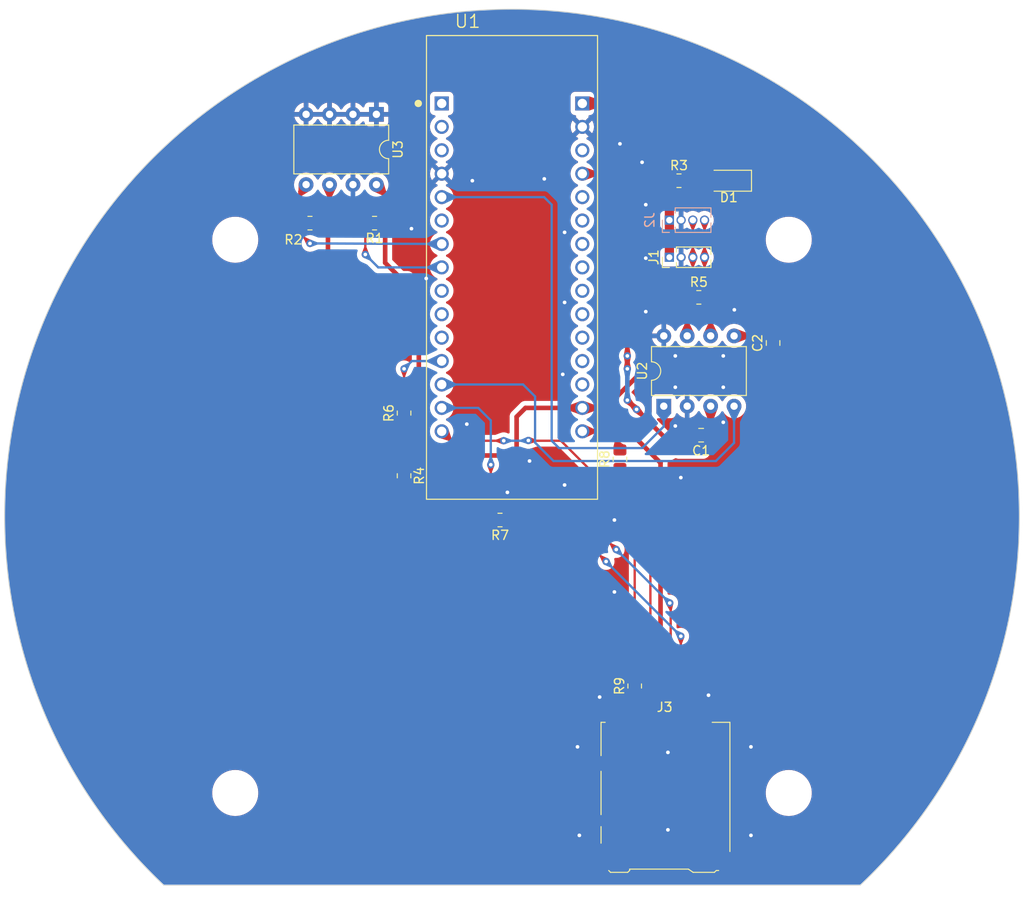
<source format=kicad_pcb>
(kicad_pcb (version 20221018) (generator pcbnew)
  (layers (0 "F.Cu" signal) (31 "B.Cu" signal) (34 "B.Paste" user) (35 "F.Paste" user) (36 "B.SilkS" user "B.Silkscreen") (37 "F.SilkS" user "F.Silkscreen") (38 "B.Mask" user) (39 "F.Mask" user) (44 "Edge.Cuts" user))
  (net 0 "")
  (net 1 "CAN_H")
  (net 2 "GND")
  (net 3 "+5V")
  (net 4 "+3.3V")
  (net 5 "CAN_L")
  (net 6 "CAN_TX")
  (net 7 "CAN_RX")
  (net 9 "+12V")
  (net 16 "I2C_SDA")
  (net 18 "I2C_SCL")
  (net 26 "Net-(U1A-PA8)")
  (net 29 "Net-(U1A-PB5)")
  (net 30 "SPI_MISO")
  (net 31 "Net-(U1B-PB3)")
  (net 33 "SPI_CS_SD")
  (net 34 "SPI_MOSI")
  (net 35 "SPI_SCLK")
  (net 36 "Net-(J3-DAT0)")
  (net 41 "Net-(D1-A)")
  (footprint "MountingHole:MountingHole_4.5mm" (layer "F.Cu") (at 178.5 75)
    (fp_text reference "REF**" hide)
    (fp_text value "MountingHole_4.5mm" hide)
    (pad "" np_thru_hole circle (at 0 0) (size 4.5 4.5) (drill 4.5) (layers "*.Cu" "*.Mask"))
  )
  (footprint "MountingHole:MountingHole_4.5mm" (layer "F.Cu") (at 178.5 135)
    (fp_text reference "REF**" hide)
    (fp_text value "MountingHole_4.5mm" hide)
    (pad "" np_thru_hole circle (at 0 0) (size 4.5 4.5) (drill 4.5) (layers "*.Cu" "*.Mask"))
  )
  (footprint "Package_DIP:DIP-8_W7.62mm" (layer "F.Cu") (at 164.95 93.05 90)
    (fp_text reference "U2" (at 3.81 -2.33 90) (layer "F.SilkS"))
    (fp_text value "MCP2562-E-P")
    (fp_line (start 1.16 -1.33) (end 1.16 8.95) (stroke (width 0.12)) (layer "F.SilkS"))
    (fp_line (start 1.16 8.95) (end 6.46 8.95) (stroke (width 0.12)) (layer "F.SilkS"))
    (fp_line (start 2.81 -1.33) (end 1.16 -1.33) (stroke (width 0.12)) (layer "F.SilkS"))
    (fp_line (start 6.46 -1.33) (end 4.81 -1.33) (stroke (width 0.12)) (layer "F.SilkS"))
    (fp_line (start 6.46 8.95) (end 6.46 -1.33) (stroke (width 0.12)) (layer "F.SilkS"))
    (fp_arc (start 4.81 -1.33) (mid 3.81 -0.33) (end 2.81 -1.33) (stroke (width 0.12)) (layer "F.SilkS"))
    (pad "1" thru_hole rect (at 0 0 90) (size 1.6 1.6) (drill 0.8) (layers "*.Cu" "*.Mask") (net 6 "CAN_TX"))
    (pad "2" thru_hole oval (at 0 2.54 90) (size 1.6 1.6) (drill 0.8) (layers "*.Cu" "*.Mask") (net 2 "GND"))
    (pad "3" thru_hole oval (at 0 5.08 90) (size 1.6 1.6) (drill 0.8) (layers "*.Cu" "*.Mask") (net 3 "+5V"))
    (pad "4" thru_hole oval (at 0 7.62 90) (size 1.6 1.6) (drill 0.8) (layers "*.Cu" "*.Mask") (net 7 "CAN_RX"))
    (pad "5" thru_hole oval (at 7.62 7.62 90) (size 1.6 1.6) (drill 0.8) (layers "*.Cu" "*.Mask") (net 4 "+3.3V"))
    (pad "6" thru_hole oval (at 7.62 5.08 90) (size 1.6 1.6) (drill 0.8) (layers "*.Cu" "*.Mask") (net 5 "CAN_L"))
    (pad "7" thru_hole oval (at 7.62 2.54 90) (size 1.6 1.6) (drill 0.8) (layers "*.Cu" "*.Mask") (net 1 "CAN_H"))
    (pad "8" thru_hole oval (at 7.62 0 90) (size 1.6 1.6) (drill 0.8) (layers "*.Cu" "*.Mask") (net 2 "GND"))
  )
  (footprint "Resistor_SMD:R_0805_2012Metric_Pad1.20x1.40mm_HandSolder" (layer "F.Cu") (at 126.6 73.2 180)
    (fp_text reference "R2" (at 1.8 -1.8 180) (layer "F.SilkS"))
    (fp_text value "2.2kΩ")
    (fp_line (start -0.227064 -0.735) (end 0.227064 -0.735) (stroke (width 0.12)) (layer "F.SilkS"))
    (fp_line (start -0.227064 0.735) (end 0.227064 0.735) (stroke (width 0.12)) (layer "F.SilkS"))
    (pad "1" smd roundrect (at -1 0 180) (size 1.2 1.4) (layers "F.Cu" "F.Paste" "F.Mask") (roundrect_rratio 0.208333) (net 4 "+3.3V"))
    (pad "2" smd roundrect (at 1 0 180) (size 1.2 1.4) (layers "F.Cu" "F.Paste" "F.Mask") (roundrect_rratio 0.208333) (net 16 "I2C_SDA"))
  )
  (footprint "Package_DIP:DIP-8_W7.62mm" (layer "F.Cu") (at 133.8 61.4 -90)
    (fp_text reference "U3" (at 3.81 -2.33 90) (layer "F.SilkS"))
    (fp_text value "24LC256")
    (fp_line (start 1.16 -1.33) (end 1.16 8.95) (stroke (width 0.12)) (layer "F.SilkS"))
    (fp_line (start 1.16 8.95) (end 6.46 8.95) (stroke (width 0.12)) (layer "F.SilkS"))
    (fp_line (start 2.81 -1.33) (end 1.16 -1.33) (stroke (width 0.12)) (layer "F.SilkS"))
    (fp_line (start 6.46 -1.33) (end 4.81 -1.33) (stroke (width 0.12)) (layer "F.SilkS"))
    (fp_line (start 6.46 8.95) (end 6.46 -1.33) (stroke (width 0.12)) (layer "F.SilkS"))
    (fp_arc (start 4.81 -1.33) (mid 3.81 -0.33) (end 2.81 -1.33) (stroke (width 0.12)) (layer "F.SilkS"))
    (pad "1" thru_hole rect (at 0 0 270) (size 1.6 1.6) (drill 0.8) (layers "*.Cu" "*.Mask") (net 2 "GND"))
    (pad "2" thru_hole oval (at 0 2.54 270) (size 1.6 1.6) (drill 0.8) (layers "*.Cu" "*.Mask") (net 2 "GND"))
    (pad "3" thru_hole oval (at 0 5.08 270) (size 1.6 1.6) (drill 0.8) (layers "*.Cu" "*.Mask") (net 2 "GND"))
    (pad "4" thru_hole oval (at 0 7.62 270) (size 1.6 1.6) (drill 0.8) (layers "*.Cu" "*.Mask") (net 2 "GND"))
    (pad "5" thru_hole oval (at 7.62 7.62 270) (size 1.6 1.6) (drill 0.8) (layers "*.Cu" "*.Mask") (net 16 "I2C_SDA"))
    (pad "6" thru_hole oval (at 7.62 5.08 270) (size 1.6 1.6) (drill 0.8) (layers "*.Cu" "*.Mask") (net 18 "I2C_SCL"))
    (pad "7" thru_hole oval (at 7.62 2.54 270) (size 1.6 1.6) (drill 0.8) (layers "*.Cu" "*.Mask") (net 2 "GND"))
    (pad "8" thru_hole oval (at 7.62 0 270) (size 1.6 1.6) (drill 0.8) (layers "*.Cu" "*.Mask") (net 4 "+3.3V"))
  )
  (footprint "Resistor_SMD:R_0805_2012Metric_Pad1.20x1.40mm_HandSolder" (layer "F.Cu") (at 147.2 105.4 180)
    (fp_text reference "R7" (at 0 -1.65 180) (layer "F.SilkS"))
    (fp_text value "22Ω")
    (fp_line (start -0.227064 -0.735) (end 0.227064 -0.735) (stroke (width 0.12)) (layer "F.SilkS"))
    (fp_line (start -0.227064 0.735) (end 0.227064 0.735) (stroke (width 0.12)) (layer "F.SilkS"))
    (pad "1" smd roundrect (at -1 0 180) (size 1.2 1.4) (layers "F.Cu" "F.Paste" "F.Mask") (roundrect_rratio 0.208333) (net 34 "SPI_MOSI"))
    (pad "2" smd roundrect (at 1 0 180) (size 1.2 1.4) (layers "F.Cu" "F.Paste" "F.Mask") (roundrect_rratio 0.208333) (net 29 "Net-(U1A-PB5)"))
  )
  (footprint "Resistor_SMD:R_0805_2012Metric_Pad1.20x1.40mm_HandSolder" (layer "F.Cu") (at 136.8 100.6 -90)
    (fp_text reference "R4" (at 0 -1.65 -90) (layer "F.SilkS"))
    (fp_text value "4.7kΩ")
    (fp_line (start -0.227064 -0.735) (end 0.227064 -0.735) (stroke (width 0.12)) (layer "F.SilkS"))
    (fp_line (start -0.227064 0.735) (end 0.227064 0.735) (stroke (width 0.12)) (layer "F.SilkS"))
    (pad "1" smd roundrect (at -1 0 270) (size 1.2 1.4) (layers "F.Cu" "F.Paste" "F.Mask") (roundrect_rratio 0.208333) (net 4 "+3.3V"))
    (pad "2" smd roundrect (at 1 0 270) (size 1.2 1.4) (layers "F.Cu" "F.Paste" "F.Mask") (roundrect_rratio 0.208333) (net 33 "SPI_CS_SD"))
  )
  (footprint "Capacitor_SMD:C_0805_2012Metric_Pad1.18x1.45mm_HandSolder" (layer "F.Cu") (at 169 96.2 180)
    (fp_text reference "C1" (at 0 -1.68) (layer "F.SilkS"))
    (fp_text value "0.1μF")
    (fp_line (start -0.261252 -0.735) (end 0.261252 -0.735) (stroke (width 0.12)) (layer "F.SilkS"))
    (fp_line (start -0.261252 0.735) (end 0.261252 0.735) (stroke (width 0.12)) (layer "F.SilkS"))
    (pad "1" smd roundrect (at -1.0375 0 180) (size 1.175 1.45) (layers "F.Cu" "F.Paste" "F.Mask") (roundrect_rratio 0.212766) (net 3 "+5V"))
    (pad "2" smd roundrect (at 1.0375 0 180) (size 1.175 1.45) (layers "F.Cu" "F.Paste" "F.Mask") (roundrect_rratio 0.212766) (net 2 "GND"))
  )
  (footprint "Resistor_SMD:R_0805_2012Metric_Pad1.20x1.40mm_HandSolder" (layer "F.Cu") (at 160.2 98.8 90)
    (fp_text reference "R8" (at 0 -1.65 90) (layer "F.SilkS"))
    (fp_text value "22Ω")
    (fp_line (start -0.227064 -0.735) (end 0.227064 -0.735) (stroke (width 0.12)) (layer "F.SilkS"))
    (fp_line (start -0.227064 0.735) (end 0.227064 0.735) (stroke (width 0.12)) (layer "F.SilkS"))
    (pad "1" smd roundrect (at -1 0 90) (size 1.2 1.4) (layers "F.Cu" "F.Paste" "F.Mask") (roundrect_rratio 0.208333) (net 35 "SPI_SCLK"))
    (pad "2" smd roundrect (at 1 0 90) (size 1.2 1.4) (layers "F.Cu" "F.Paste" "F.Mask") (roundrect_rratio 0.208333) (net 31 "Net-(U1B-PB3)"))
  )
  (footprint "Capacitor_SMD:C_0805_2012Metric_Pad1.18x1.45mm_HandSolder" (layer "F.Cu") (at 176.8 86.2 90)
    (fp_text reference "C2" (at 0 -1.68 90) (layer "F.SilkS"))
    (fp_text value "0.1μF")
    (fp_line (start -0.261252 -0.735) (end 0.261252 -0.735) (stroke (width 0.12)) (layer "F.SilkS"))
    (fp_line (start -0.261252 0.735) (end 0.261252 0.735) (stroke (width 0.12)) (layer "F.SilkS"))
    (pad "1" smd roundrect (at -1.0375 0 90) (size 1.175 1.45) (layers "F.Cu" "F.Paste" "F.Mask") (roundrect_rratio 0.212766) (net 4 "+3.3V"))
    (pad "2" smd roundrect (at 1.0375 0 90) (size 1.175 1.45) (layers "F.Cu" "F.Paste" "F.Mask") (roundrect_rratio 0.212766) (net 2 "GND"))
  )
  (footprint "Resistor_SMD:R_0805_2012Metric_Pad1.20x1.40mm_HandSolder" (layer "F.Cu") (at 168.75 81.25)
    (fp_text reference "R5" (at 0 -1.65) (layer "F.SilkS"))
    (fp_text value "120R1/4W")
    (fp_line (start -0.227064 -0.735) (end 0.227064 -0.735) (stroke (width 0.12)) (layer "F.SilkS"))
    (fp_line (start -0.227064 0.735) (end 0.227064 0.735) (stroke (width 0.12)) (layer "F.SilkS"))
    (pad "1" smd roundrect (at -1 0) (size 1.2 1.4) (layers "F.Cu" "F.Paste" "F.Mask") (roundrect_rratio 0.208333) (net 1 "CAN_H"))
    (pad "2" smd roundrect (at 1 0) (size 1.2 1.4) (layers "F.Cu" "F.Paste" "F.Mask") (roundrect_rratio 0.208333) (net 5 "CAN_L"))
  )
  (footprint "Resistor_SMD:R_0805_2012Metric_Pad1.20x1.40mm_HandSolder" (layer "F.Cu") (at 133.6 73.2 180)
    (fp_text reference "R1" (at 0 -1.65 180) (layer "F.SilkS"))
    (fp_text value "2.2kΩ")
    (fp_line (start -0.227064 -0.735) (end 0.227064 -0.735) (stroke (width 0.12)) (layer "F.SilkS"))
    (fp_line (start -0.227064 0.735) (end 0.227064 0.735) (stroke (width 0.12)) (layer "F.SilkS"))
    (pad "1" smd roundrect (at -1 0 180) (size 1.2 1.4) (layers "F.Cu" "F.Paste" "F.Mask") (roundrect_rratio 0.208333) (net 4 "+3.3V"))
    (pad "2" smd roundrect (at 1 0 180) (size 1.2 1.4) (layers "F.Cu" "F.Paste" "F.Mask") (roundrect_rratio 0.208333) (net 18 "I2C_SCL"))
  )
  (footprint "Resistor_SMD:R_0805_2012Metric_Pad1.20x1.40mm_HandSolder" (layer "F.Cu") (at 136.8 93.8 90)
    (fp_text reference "R6" (at 0 -1.65 90) (layer "F.SilkS"))
    (fp_text value "22Ω")
    (fp_line (start -0.227064 -0.735) (end 0.227064 -0.735) (stroke (width 0.12)) (layer "F.SilkS"))
    (fp_line (start -0.227064 0.735) (end 0.227064 0.735) (stroke (width 0.12)) (layer "F.SilkS"))
    (pad "1" smd roundrect (at -1 0 90) (size 1.2 1.4) (layers "F.Cu" "F.Paste" "F.Mask") (roundrect_rratio 0.208333) (net 33 "SPI_CS_SD"))
    (pad "2" smd roundrect (at 1 0 90) (size 1.2 1.4) (layers "F.Cu" "F.Paste" "F.Mask") (roundrect_rratio 0.208333) (net 26 "Net-(U1A-PA8)"))
  )
  (footprint "NUCLEO-F303K8:MODULE_NUCLEO-F303K8" (layer "F.Cu") (at 148.5 78)
    (fp_text reference "U1" (at -4.81314 -26.68421) (layer "F.SilkS") (effects (font (size 1.402378 1.402378))))
    (fp_text value "NUCLEO-F303K8")
    (fp_line (start -9.27 -25.145) (end 9.27 -25.145) (stroke (width 0.127)) (layer "F.SilkS"))
    (fp_line (start -9.27 25.145) (end -9.27 -25.145) (stroke (width 0.127)) (layer "F.SilkS"))
    (fp_line (start 9.27 -25.145) (end 9.27 25.145) (stroke (width 0.127)) (layer "F.SilkS"))
    (fp_line (start 9.27 25.145) (end -9.27 25.145) (stroke (width 0.127)) (layer "F.SilkS"))
    (fp_circle (center -10.16 -17.78) (end -9.96 -17.78) (stroke (width 0.4)) (fill none) (layer "F.SilkS"))
    (pad "3_1" thru_hole rect (at -7.62 -17.78) (size 1.53 1.53) (drill 1.02) (layers "*.Cu" "*.Mask"))
    (pad "3_2" thru_hole circle (at -7.62 -15.24) (size 1.53 1.53) (drill 1.02) (layers "*.Cu" "*.Mask"))
    (pad "3_3" thru_hole circle (at -7.62 -12.7) (size 1.53 1.53) (drill 1.02) (layers "*.Cu" "*.Mask"))
    (pad "3_4" thru_hole circle (at -7.62 -10.16) (size 1.53 1.53) (drill 1.02) (layers "*.Cu" "*.Mask") (net 2 "GND"))
    (pad "3_5" thru_hole circle (at -7.62 -7.62) (size 1.53 1.53) (drill 1.02) (layers "*.Cu" "*.Mask") (net 6 "CAN_TX"))
    (pad "3_6" thru_hole circle (at -7.62 -5.08) (size 1.53 1.53) (drill 1.02) (layers "*.Cu" "*.Mask"))
    (pad "3_7" thru_hole circle (at -7.62 -2.54) (size 1.53 1.53) (drill 1.02) (layers "*.Cu" "*.Mask") (net 16 "I2C_SDA"))
    (pad "3_8" thru_hole circle (at -7.62 0) (size 1.53 1.53) (drill 1.02) (layers "*.Cu" "*.Mask") (net 18 "I2C_SCL"))
    (pad "3_9" thru_hole circle (at -7.62 2.54) (size 1.53 1.53) (drill 1.02) (layers "*.Cu" "*.Mask"))
    (pad "3_10" thru_hole circle (at -7.62 5.08) (size 1.53 1.53) (drill 1.02) (layers "*.Cu" "*.Mask"))
    (pad "3_11" thru_hole circle (at -7.62 7.62) (size 1.53 1.53) (drill 1.02) (layers "*.Cu" "*.Mask"))
    (pad "3_12" thru_hole circle (at -7.62 10.16) (size 1.53 1.53) (drill 1.02) (layers "*.Cu" "*.Mask") (net 26 "Net-(U1A-PA8)"))
    (pad "3_13" thru_hole circle (at -7.62 12.7) (size 1.53 1.53) (drill 1.02) (layers "*.Cu" "*.Mask") (net 7 "CAN_RX"))
    (pad "3_14" thru_hole circle (at -7.62 15.24) (size 1.53 1.53) (drill 1.02) (layers "*.Cu" "*.Mask") (net 29 "Net-(U1A-PB5)"))
    (pad "3_15" thru_hole circle (at -7.62 17.78) (size 1.53 1.53) (drill 1.02) (layers "*.Cu" "*.Mask") (net 30 "SPI_MISO"))
    (pad "4_1" thru_hole rect (at 7.62 -17.78) (size 1.53 1.53) (drill 1.02) (layers "*.Cu" "*.Mask") (net 9 "+12V"))
    (pad "4_2" thru_hole circle (at 7.62 -15.24) (size 1.53 1.53) (drill 1.02) (layers "*.Cu" "*.Mask") (net 2 "GND"))
    (pad "4_3" thru_hole circle (at 7.62 -12.7) (size 1.53 1.53) (drill 1.02) (layers "*.Cu" "*.Mask"))
    (pad "4_4" thru_hole circle (at 7.62 -10.16) (size 1.53 1.53) (drill 1.02) (layers "*.Cu" "*.Mask") (net 3 "+5V"))
    (pad "4_5" thru_hole circle (at 7.62 -7.62) (size 1.53 1.53) (drill 1.02) (layers "*.Cu" "*.Mask"))
    (pad "4_6" thru_hole circle (at 7.62 -5.08) (size 1.53 1.53) (drill 1.02) (layers "*.Cu" "*.Mask"))
    (pad "4_7" thru_hole circle (at 7.62 -2.54) (size 1.53 1.53) (drill 1.02) (layers "*.Cu" "*.Mask"))
    (pad "4_8" thru_hole circle (at 7.62 0) (size 1.53 1.53) (drill 1.02) (layers "*.Cu" "*.Mask"))
    (pad "4_9" thru_hole circle (at 7.62 2.54) (size 1.53 1.53) (drill 1.02) (layers "*.Cu" "*.Mask"))
    (pad "4_10" thru_hole circle (at 7.62 5.08) (size 1.53 1.53) (drill 1.02) (layers "*.Cu" "*.Mask"))
    (pad "4_11" thru_hole circle (at 7.62 7.62) (size 1.53 1.53) (drill 1.02) (layers "*.Cu" "*.Mask"))
    (pad "4_12" thru_hole circle (at 7.62 10.16) (size 1.53 1.53) (drill 1.02) (layers "*.Cu" "*.Mask"))
    (pad "4_13" thru_hole circle (at 7.62 12.7) (size 1.53 1.53) (drill 1.02) (layers "*.Cu" "*.Mask"))
    (pad "4_14" thru_hole circle (at 7.62 15.24) (size 1.53 1.53) (drill 1.02) (layers "*.Cu" "*.Mask") (net 4 "+3.3V"))
    (pad "4_15" thru_hole circle (at 7.62 17.78) (size 1.53 1.53) (drill 1.02) (layers "*.Cu" "*.Mask") (net 31 "Net-(U1B-PB3)"))
  )
  (footprint "MountingHole:MountingHole_4.5mm" (layer "F.Cu") (at 118.5 75)
    (fp_text reference "REF**" hide)
    (fp_text value "MountingHole_4.5mm" hide)
    (pad "" np_thru_hole circle (at 0 0) (size 4.5 4.5) (drill 4.5) (layers "*.Cu" "*.Mask"))
  )
  (footprint "LED_SMD:LED_1206_3216Metric_Pad1.42x1.75mm_HandSolder" (layer "F.Cu") (at 172 68.6 180)
    (fp_text reference "D1" (at 0 -1.82) (layer "F.SilkS"))
    (fp_text value "LED")
    (fp_line (start -2.46 -1.135) (end -2.46 1.135) (stroke (width 0.12)) (layer "F.SilkS"))
    (fp_line (start -2.46 1.135) (end 1.6 1.135) (stroke (width 0.12)) (layer "F.SilkS"))
    (fp_line (start 1.6 -1.135) (end -2.46 -1.135) (stroke (width 0.12)) (layer "F.SilkS"))
    (pad "1" smd roundrect (at -1.4875 0 180) (size 1.425 1.75) (layers "F.Cu" "F.Paste" "F.Mask") (roundrect_rratio 0.175439) (net 2 "GND"))
    (pad "2" smd roundrect (at 1.4875 0 180) (size 1.425 1.75) (layers "F.Cu" "F.Paste" "F.Mask") (roundrect_rratio 0.175439) (net 41 "Net-(D1-A)"))
  )
  (footprint "Resistor_SMD:R_0805_2012Metric_Pad1.20x1.40mm_HandSolder" (layer "F.Cu") (at 161.8 123.4 90)
    (fp_text reference "R9" (at 0 -1.65 90) (layer "F.SilkS"))
    (fp_text value "22Ω")
    (fp_line (start -0.227064 -0.735) (end 0.227064 -0.735) (stroke (width 0.12)) (layer "F.SilkS"))
    (fp_line (start -0.227064 0.735) (end 0.227064 0.735) (stroke (width 0.12)) (layer "F.SilkS"))
    (pad "1" smd roundrect (at -1 0 90) (size 1.2 1.4) (layers "F.Cu" "F.Paste" "F.Mask") (roundrect_rratio 0.208333) (net 36 "Net-(J3-DAT0)"))
    (pad "2" smd roundrect (at 1 0 90) (size 1.2 1.4) (layers "F.Cu" "F.Paste" "F.Mask") (roundrect_rratio 0.208333) (net 30 "SPI_MISO"))
  )
  (footprint "MountingHole:MountingHole_4.5mm" (layer "F.Cu") (at 118.5 135)
    (fp_text reference "REF**" hide)
    (fp_text value "MountingHole_4.5mm" hide)
    (pad "" np_thru_hole circle (at 0 0) (size 4.5 4.5) (drill 4.5) (layers "*.Cu" "*.Mask"))
  )
  (footprint "Connector_PinHeader_1.27mm:PinHeader_1x04_P1.27mm_Vertical" (layer "F.Cu") (at 165.56 76.9 90)
    (fp_text reference "J1" (at 0 -1.695 90) (layer "F.SilkS"))
    (fp_text value "Conn_01x04_Pin")
    (fp_line (start -1.11 -0.76) (end 0 -0.76) (stroke (width 0.12)) (layer "F.SilkS"))
    (fp_line (start -1.11 0) (end -1.11 -0.76) (stroke (width 0.12)) (layer "F.SilkS"))
    (fp_line (start -1.11 0.76) (end -1.11 4.505) (stroke (width 0.12)) (layer "F.SilkS"))
    (fp_line (start -1.11 0.76) (end -0.563471 0.76) (stroke (width 0.12)) (layer "F.SilkS"))
    (fp_line (start -1.11 4.505) (end -0.30753 4.505) (stroke (width 0.12)) (layer "F.SilkS"))
    (fp_line (start 0.30753 4.505) (end 1.11 4.505) (stroke (width 0.12)) (layer "F.SilkS"))
    (fp_line (start 0.563471 0.76) (end 1.11 0.76) (stroke (width 0.12)) (layer "F.SilkS"))
    (fp_line (start 1.11 0.76) (end 1.11 4.505) (stroke (width 0.12)) (layer "F.SilkS"))
    (pad "1" thru_hole rect (at 0 0 90) (size 1 1) (drill 0.65) (layers "*.Cu" "*.Mask") (net 9 "+12V"))
    (pad "2" thru_hole oval (at 0 1.27 90) (size 1 1) (drill 0.65) (layers "*.Cu" "*.Mask") (net 2 "GND"))
    (pad "3" thru_hole oval (at 0 2.54 90) (size 1 1) (drill 0.65) (layers "*.Cu" "*.Mask") (net 1 "CAN_H"))
    (pad "4" thru_hole oval (at 0 3.81 90) (size 1 1) (drill 0.65) (layers "*.Cu" "*.Mask") (net 5 "CAN_L"))
  )
  (footprint "Connector_Card:microSD_HC_Hirose_DM3AT-SF-PEJM5" (layer "F.Cu") (at 165.125 135.225)
    (fp_text reference "J3" (at -0.075 -9.525) (layer "F.SilkS"))
    (fp_text value "Micro_SD_Card_Det_Hirose_DM3AT")
    (fp_line (start -6.975 -7.885) (end -6.975 -4.275) (stroke (width 0.12)) (layer "F.SilkS"))
    (fp_line (start -6.975 -2.575) (end -6.975 2.125) (stroke (width 0.12)) (layer "F.SilkS"))
    (fp_line (start -6.975 3.425) (end -6.975 5.225) (stroke (width 0.12)) (layer "F.SilkS"))
    (fp_line (start -6.525 -7.885) (end -6.975 -7.885) (stroke (width 0.12)) (layer "F.SilkS"))
    (fp_line (start -5.945 8.385) (end -6.145 8.185) (stroke (width 0.12)) (layer "F.SilkS"))
    (fp_line (start -5.945 8.385) (end -4.085 8.385) (stroke (width 0.12)) (layer "F.SilkS"))
    (fp_line (start -4.085 8.385) (end -3.875 8.185) (stroke (width 0.12)) (layer "F.SilkS"))
    (fp_line (start -3.875 8.035) (end -3.875 8.185) (stroke (width 0.12)) (layer "F.SilkS"))
    (fp_line (start -3.875 8.035) (end 2.495 8.035) (stroke (width 0.12)) (layer "F.SilkS"))
    (fp_line (start 3.005 8.385) (end 2.495 8.035) (stroke (width 0.12)) (layer "F.SilkS"))
    (fp_line (start 5.075 -7.885) (end 6.995 -7.885) (stroke (width 0.12)) (layer "F.SilkS"))
    (fp_line (start 5.315 8.385) (end 3.005 8.385) (stroke (width 0.12)) (layer "F.SilkS"))
    (fp_line (start 5.315 8.385) (end 5.515 8.185) (stroke (width 0.12)) (layer "F.SilkS"))
    (fp_line (start 5.515 8.185) (end 5.775 8.185) (stroke (width 0.12)) (layer "F.SilkS"))
    (fp_line (start 6.995 -7.885) (end 6.995 6.125) (stroke (width 0.12)) (layer "F.SilkS"))
    (pad "1" smd rect (at 2.775 -7.725) (size 0.7 1.2) (layers "F.Cu" "F.Paste" "F.Mask"))
    (pad "2" smd rect (at 1.675 -7.725) (size 0.7 1.2) (layers "F.Cu" "F.Paste" "F.Mask") (net 33 "SPI_CS_SD"))
    (pad "3" smd rect (at 0.575 -7.725) (size 0.7 1.2) (layers "F.Cu" "F.Paste" "F.Mask") (net 34 "SPI_MOSI"))
    (pad "4" smd rect (at -0.525 -7.725) (size 0.7 1.2) (layers "F.Cu" "F.Paste" "F.Mask") (net 4 "+3.3V"))
    (pad "5" smd rect (at -1.625 -7.725) (size 0.7 1.2) (layers "F.Cu" "F.Paste" "F.Mask") (net 35 "SPI_SCLK"))
    (pad "6" smd rect (at -2.725 -7.725) (size 0.7 1.2) (layers "F.Cu" "F.Paste" "F.Mask") (net 2 "GND"))
    (pad "7" smd rect (at -3.825 -7.725) (size 0.7 1.2) (layers "F.Cu" "F.Paste" "F.Mask") (net 36 "Net-(J3-DAT0)"))
    (pad "8" smd rect (at -4.925 -7.725) (size 0.7 1.2) (layers "F.Cu" "F.Paste" "F.Mask"))
    (pad "9" smd rect (at -5.875 -7.725) (size 0.7 1.2) (layers "F.Cu" "F.Paste" "F.Mask"))
    (pad "10" smd rect (at -6.825 2.775) (size 1 0.8) (layers "F.Cu" "F.Paste" "F.Mask"))
    (pad "11" smd rect (at -6.825 -3.425) (size 1 1.2) (layers "F.Cu" "F.Paste" "F.Mask"))
    (pad "11" smd rect (at -6.825 6.925) (size 1 2.8) (layers "F.Cu" "F.Paste" "F.Mask"))
    (pad "11" smd rect (at 4.325 -7.725) (size 1 1.2) (layers "F.Cu" "F.Paste" "F.Mask"))
    (pad "11" smd rect (at 6.675 7.375) (size 1.3 1.9) (layers "F.Cu" "F.Paste" "F.Mask"))
    (zone (net 0) (net_name "") (layer "F.Cu") (connect_pads (clearance 0)) (min_thickness 0.254)
      (keepout (tracks not_allowed) (vias not_allowed) (pads not_allowed) (copperpour not_allowed) (footprints not_allowed))
      (fill (thermal_gap 0.508) (thermal_bridge_width 0.508))
      (polygon (pts (xy 158.65 131.2) (xy 157.9 131.2) (xy 157.9 127.95) (xy 158.65 127.95)))
    )
    (zone (net 0) (net_name "") (layer "F.Cu") (connect_pads (clearance 0)) (min_thickness 0.254)
      (keepout (tracks not_allowed) (vias not_allowed) (pads not_allowed) (copperpour not_allowed) (footprints not_allowed))
      (fill (thermal_gap 0.508) (thermal_bridge_width 0.508))
      (polygon (pts (xy 158.65 136) (xy 157.9 136) (xy 157.9 132.4) (xy 158.65 132.4)))
    )
    (zone (net 0) (net_name "") (layer "F.Cu") (connect_pads (clearance 0)) (min_thickness 0.254)
      (keepout (tracks not_allowed) (vias not_allowed) (pads not_allowed) (copperpour not_allowed) (footprints not_allowed))
      (fill (thermal_gap 0.508) (thermal_bridge_width 0.508))
      (polygon (pts (xy 159 133.8) (xy 159.7 133.8) (xy 159.7 141.4) (xy 159 141.4)))
    )
    (zone (net 0) (net_name "") (layer "F.Cu") (connect_pads (clearance 0)) (min_thickness 0.254)
      (keepout (tracks not_allowed) (vias not_allowed) (pads not_allowed) (copperpour not_allowed) (footprints not_allowed))
      (fill (thermal_gap 0.508) (thermal_bridge_width 0.508))
      (polygon (pts (xy 168.05 142.2) (xy 170.6 142.2) (xy 170.6 143.55) (xy 168.05 143.55)))
    )
    (zone (net 0) (net_name "") (layer "F.Cu") (connect_pads (clearance 0)) (min_thickness 0.254)
      (keepout (tracks not_allowed) (vias not_allowed) (pads not_allowed) (copperpour not_allowed) (footprints not_allowed))
      (fill (thermal_gap 0.508) (thermal_bridge_width 0.508))
      (polygon (pts (xy 168.4 134.1) (xy 159.7 134.1) (xy 159.7 132.5) (xy 168.4 132.5)))
    )
  )
  (footprint "Resistor_SMD:R_0805_2012Metric_Pad1.20x1.40mm_HandSolder" (layer "F.Cu") (at 166.6 68.6)
    (fp_text reference "R3" (at 0 -1.65) (layer "F.SilkS"))
    (fp_text value "2kΩ")
    (fp_line (start -0.227064 -0.735) (end 0.227064 -0.735) (stroke (width 0.12)) (layer "F.SilkS"))
    (fp_line (start -0.227064 0.735) (end 0.227064 0.735) (stroke (width 0.12)) (layer "F.SilkS"))
    (pad "1" smd roundrect (at -1 0) (size 1.2 1.4) (layers "F.Cu" "F.Paste" "F.Mask") (roundrect_rratio 0.208333) (net 9 "+12V"))
    (pad "2" smd roundrect (at 1 0) (size 1.2 1.4) (layers "F.Cu" "F.Paste" "F.Mask") (roundrect_rratio 0.208333) (net 41 "Net-(D1-A)"))
  )
  (footprint "Connector_PinSocket_1.27mm:PinSocket_1x04_P1.27mm_Vertical" (layer "B.Cu") (at 165.56 72.875 -90)
    (fp_text reference "J2" (at 0 2.135 90) (layer "B.SilkS") (effects (justify mirror)))
    (fp_text value "Conn_01x04_Socket")
    (fp_line (start -1.33 -4.505) (end -0.30753 -4.505) (stroke (width 0.12)) (layer "B.SilkS"))
    (fp_line (start -1.33 -0.635) (end -1.33 -4.505) (stroke (width 0.12)) (layer "B.SilkS"))
    (fp_line (start -1.33 -0.635) (end -0.76 -0.635) (stroke (width 0.12)) (layer "B.SilkS"))
    (fp_line (start 0 0.76) (end 1.33 0.76) (stroke (width 0.12)) (layer "B.SilkS"))
    (fp_line (start 0.30753 -4.505) (end 1.33 -4.505) (stroke (width 0.12)) (layer "B.SilkS"))
    (fp_line (start 0.76 -0.635) (end 1.33 -0.635) (stroke (width 0.12)) (layer "B.SilkS"))
    (fp_line (start 1.33 -0.635) (end 1.33 -4.505) (stroke (width 0.12)) (layer "B.SilkS"))
    (fp_line (start 1.33 0.76) (end 1.33 0) (stroke (width 0.12)) (layer "B.SilkS"))
    (pad "1" thru_hole rect (at 0 0 270) (size 1 1) (drill 0.7) (layers "*.Cu" "*.Mask") (net 9 "+12V"))
    (pad "2" thru_hole oval (at 0 -1.27 270) (size 1 1) (drill 0.7) (layers "*.Cu" "*.Mask") (net 2 "GND"))
    (pad "3" thru_hole oval (at 0 -2.54 270) (size 1 1) (drill 0.7) (layers "*.Cu" "*.Mask") (net 1 "CAN_H"))
    (pad "4" thru_hole oval (at 0 -3.81 270) (size 1 1) (drill 0.7) (layers "*.Cu" "*.Mask") (net 5 "CAN_L"))
  )
  (gr_arc locked (start 110.75 145) (mid 148.5 49.999432) (end 186.25 145) (stroke (width 0.1)) (layer "Edge.Cuts"))
  (gr_line locked (start 186.25 145) (end 110.75 145) (stroke (width 0.1)) (layer "Edge.Cuts"))
  (segment (start 168.1 80.9) (end 167.75 81.25) (width 0.25) (layer "F.Cu") (net 1))
  (segment (start 167.49 81.51) (end 167.75 81.25) (width 0.25) (layer "F.Cu") (net 1))
  (segment (start 167.49 85.43) (end 167.49 81.51) (width 0.25) (layer "F.Cu") (net 1))
  (segment (start 168.1 76.9) (end 168.1 72.875) (width 0.25) (layer "F.Cu") (net 1))
  (segment (start 168.1 76.9) (end 168.1 80.9) (width 0.25) (layer "F.Cu") (net 1))
  (via (at 154.2 74.2) (size 0.8) (drill 0.4) (layers "F.Cu" "B.Cu") (net 2))
  (via (at 154.2 81.8) (size 0.8) (drill 0.4) (layers "F.Cu" "B.Cu") (net 2))
  (via (at 154 89.6) (size 0.8) (drill 0.4) (layers "F.Cu" "B.Cu") (net 2))
  (via (at 165.4 139) (size 0.8) (drill 0.4) (layers "F.Cu" "B.Cu") (net 2))
  (via (at 155.6 130) (size 0.8) (drill 0.4) (layers "F.Cu" "B.Cu") (net 2))
  (via (at 174.4 139.6) (size 0.8) (drill 0.4) (layers "F.Cu" "B.Cu") (net 2))
  (via (at 166.2 91) (size 0.8) (drill 0.4) (layers "F.Cu" "B.Cu") (net 2))
  (via (at 144.2 68.6) (size 0.8) (drill 0.4) (layers "F.Cu" "B.Cu") (net 2))
  (via (at 152 68.4) (size 0.8) (drill 0.4) (layers "F.Cu" "B.Cu") (net 2))
  (via (at 163 82.8) (size 0.8) (drill 0.4) (layers "F.Cu" "B.Cu") (net 2))
  (via (at 137.6 73.8) (size 0.8) (drill 0.4) (layers "F.Cu" "B.Cu") (net 2))
  (via (at 174.4 130) (size 0.8) (drill 0.4) (layers "F.Cu" "B.Cu") (net 2))
  (via (at 171.4 91) (size 0.8) (drill 0.4) (layers "F.Cu" "B.Cu") (net 2))
  (via (at 171.4 94.8) (size 0.8) (drill 0.4) (layers "F.Cu" "B.Cu") (net 2))
  (via (at 159.6 105.4) (size 0.8) (drill 0.4) (layers "F.Cu" "B.Cu") (net 2))
  (via (at 162.6 66.6) (size 0.8) (drill 0.4) (layers "F.Cu" "B.Cu") (net 2))
  (via (at 159.6 113.2) (size 0.8) (drill 0.4) (layers "F.Cu" "B.Cu") (net 2))
  (via (at 172.6 82.6) (size 0.8) (drill 0.4) (layers "F.Cu" "B.Cu") (net 2))
  (via (at 139.2 79.2) (size 0.8) (drill 0.4) (layers "F.Cu" "B.Cu") (net 2))
  (via (at 150.4 99) (size 0.8) (drill 0.4) (layers "F.Cu" "B.Cu") (net 2))
  (via (at 158 124.6) (size 0.8) (drill 0.4) (layers "F.Cu" "B.Cu") (net 2))
  (via (at 165.4 130.6) (size 0.8) (drill 0.4) (layers "F.Cu" "B.Cu") (net 2))
  (via (at 155.8 139.6) (size 0.8) (drill 0.4) (layers "F.Cu" "B.Cu") (net 2))
  (via (at 163 77) (size 0.8) (drill 0.4) (layers "F.Cu" "B.Cu") (net 2))
  (via (at 143.6 95) (size 0.8) (drill 0.4) (layers "F.Cu" "B.Cu") (net 2))
  (via (at 154.2 101.6) (size 0.8) (drill 0.4) (layers "F.Cu" "B.Cu") (net 2))
  (via (at 166.2 87.6) (size 0.8) (drill 0.4) (layers "F.Cu" "B.Cu") (net 2))
  (via (at 166.8 100.8) (size 0.8) (drill 0.4) (layers "F.Cu" "B.Cu") (net 2))
  (via (at 163 71.2) (size 0.8) (drill 0.4) (layers "F.Cu" "B.Cu") (net 2))
  (via (at 171.4 87.6) (size 0.8) (drill 0.4) (layers "F.Cu" "B.Cu") (net 2))
  (via (at 166.2 95.2) (size 0.8) (drill 0.4) (layers "F.Cu" "B.Cu") (net 2))
  (via (at 169.8 124.4) (size 0.8) (drill 0.4) (layers "F.Cu" "B.Cu") (net 2))
  (via (at 160.2 64.6) (size 0.8) (drill 0.4) (layers "F.Cu" "B.Cu") (net 2))
  (via (at 148 102.4) (size 0.8) (drill 0.4) (layers "F.Cu" "B.Cu") (net 2))
  (segment (start 156.12 67.84) (end 159.04 67.84) (width 0.5) (layer "F.Cu") (net 3))
  (segment (start 169.2 98) (end 170 97.2) (width 0.5) (layer "F.Cu") (net 3))
  (segment (start 166.6 98) (end 169.2 98) (width 0.5) (layer "F.Cu") (net 3))
  (segment (start 159.04 67.84) (end 161 69.8) (width 0.5) (layer "F.Cu") (net 3))
  (segment (start 162 93.4) (end 166.6 98) (width 0.5) (layer "F.Cu") (net 3))
  (segment (start 170.0375 96.2) (end 170.0375 93.0575) (width 0.5) (layer "F.Cu") (net 3))
  (segment (start 170.0375 93.0575) (end 170.03 93.05) (width 0.5) (layer "F.Cu") (net 3))
  (segment (start 170 97.2) (end 170 96.2375) (width 0.5) (layer "F.Cu") (net 3))
  (segment (start 161 69.8) (end 161 87.6) (width 0.5) (layer "F.Cu") (net 3))
  (segment (start 161 92.4) (end 162 93.4) (width 0.5) (layer "F.Cu") (net 3))
  (segment (start 170 96.2375) (end 170.0375 96.2) (width 0.5) (layer "F.Cu") (net 3))
  (segment (start 161 89) (end 161 87.6) (width 0.5) (layer "F.Cu") (net 3))
  (via (at 162 93.4) (size 0.8) (drill 0.4) (layers "F.Cu" "B.Cu") (net 3))
  (via (at 161 92.4) (size 0.8) (drill 0.4) (layers "F.Cu" "B.Cu") (net 3))
  (via (at 161 87.6) (size 0.8) (drill 0.4) (layers "F.Cu" "B.Cu") (net 3))
  (via (at 161 89) (size 0.8) (drill 0.4) (layers "F.Cu" "B.Cu") (net 3))
  (segment (start 161 89) (end 161 92.4) (width 0.5) (layer "B.Cu") (net 3))
  (segment (start 176.8 87.2375) (end 176.4375 87.2375) (width 0.5) (layer "F.Cu") (net 4))
  (segment (start 174.63 85.43) (end 172.57 85.43) (width 0.5) (layer "F.Cu") (net 4))
  (segment (start 136.4 79.15) (end 131.55 79.15) (width 0.5) (layer "F.Cu") (net 4))
  (segment (start 148.2 98.4) (end 139.6 98.4) (width 0.5) (layer "F.Cu") (net 4))
  (segment (start 131.55 79.15) (end 128.55 76.15) (width 0.5) (layer "F.Cu") (net 4))
  (segment (start 134.75 77.5) (end 134.75 73.2) (width 0.5) (layer "F.Cu") (net 4))
  (segment (start 149 94.2) (end 149 97.6) (width 0.5) (layer "F.Cu") (net 4))
  (segment (start 138.4 80.4) (end 137.15 79.15) (width 0.5) (layer "F.Cu") (net 4))
  (segment (start 158.635 93.24) (end 162.675 89.2) (width 0.5) (layer "F.Cu") (net 4))
  (segment (start 134.75 73.2) (end 134.75 69.97) (width 0.5) (layer "F.Cu") (net 4))
  (segment (start 128.55 74.15) (end 127.6 73.2) (width 0.5) (layer "F.Cu") (net 4))
  (segment (start 164.6 99.205) (end 164.6 127.5) (width 0.5) (layer "F.Cu") (net 4))
  (segment (start 156.12 93.24) (end 149.96 93.24) (width 0.5) (layer "F.Cu") (net 4))
  (segment (start 139.6 98.4) (end 138.4 97.2) (width 0.5) (layer "F.Cu") (net 4))
  (segment (start 156.12 93.24) (end 158.635 93.24) (width 0.5) (layer "F.Cu") (net 4))
  (segment (start 174.8375 89.2) (end 176.8 87.2375) (width 0.5) (layer "F.Cu") (net 4))
  (segment (start 149.96 93.24) (end 149 94.2) (width 0.5) (layer "F.Cu") (net 4))
  (segment (start 139.6 98.4) (end 137.45 98.4) (width 0.5) (layer "F.Cu") (net 4))
  (segment (start 149 97.6) (end 148.2 98.4) (width 0.5) (layer "F.Cu") (net 4))
  (segment (start 136.4 79.15) (end 134.75 77.5) (width 0.5) (layer "F.Cu") (net 4))
  (segment (start 176.4375 87.2375) (end 174.63 85.43) (width 0.5) (layer "F.Cu") (net 4))
  (segment (start 158.635 93.24) (end 164.6 99.205) (width 0.5) (layer "F.Cu") (net 4))
  (segment (start 128.55 76.15) (end 128.55 74.15) (width 0.5) (layer "F.Cu") (net 4))
  (segment (start 137.45 98.4) (end 136.8 99.05) (width 0.5) (layer "F.Cu") (net 4))
  (segment (start 162.675 89.2) (end 174.8375 89.2) (width 0.5) (layer "F.Cu") (net 4))
  (segment (start 137.15 79.15) (end 136.4 79.15) (width 0.5) (layer "F.Cu") (net 4))
  (segment (start 134.75 69.97) (end 133.8 69.02) (width 0.5) (layer "F.Cu") (net 4))
  (segment (start 138.4 97.2) (end 138.4 80.4) (width 0.5) (layer "F.Cu") (net 4))
  (segment (start 169.37 76.9) (end 169.37 72.875) (width 0.25) (layer "F.Cu") (net 5))
  (segment (start 169.37 76.9) (end 169.37 80.87) (width 0.25) (layer "F.Cu") (net 5))
  (segment (start 170.03 85.43) (end 170.03 81.53) (width 0.25) (layer "F.Cu") (net 5))
  (segment (start 169.37 80.87) (end 169.75 81.25) (width 0.25) (layer "F.Cu") (net 5))
  (segment (start 170.03 81.53) (end 169.75 81.25) (width 0.25) (layer "F.Cu") (net 5))
  (segment (start 140.88 70.38) (end 151.98 70.38) (width 0.25) (layer "B.Cu") (net 6))
  (segment (start 151.98 70.38) (end 152.8 71.2) (width 0.25) (layer "B.Cu") (net 6))
  (segment (start 152.8 96.8) (end 153.6 97.6) (width 0.25) (layer "B.Cu") (net 6))
  (segment (start 152.8 71.2) (end 152.8 96.8) (width 0.25) (layer "B.Cu") (net 6))
  (segment (start 162.6 97.6) (end 164.95 95.25) (width 0.25) (layer "B.Cu") (net 6))
  (segment (start 164.95 95.25) (end 164.95 93.05) (width 0.25) (layer "B.Cu") (net 6))
  (segment (start 153.6 97.6) (end 162.6 97.6) (width 0.25) (layer "B.Cu") (net 6))
  (segment (start 172.57 97.03) (end 172.57 93.05) (width 0.25) (layer "B.Cu") (net 7))
  (segment (start 151 97) (end 153 99) (width 0.25) (layer "B.Cu") (net 7))
  (segment (start 151 92) (end 151 97) (width 0.25) (layer "B.Cu") (net 7))
  (segment (start 170.6 99) (end 172.57 97.03) (width 0.25) (layer "B.Cu") (net 7))
  (segment (start 140.88 90.7) (end 149.7 90.7) (width 0.25) (layer "B.Cu") (net 7))
  (segment (start 153 99) (end 170.6 99) (width 0.25) (layer "B.Cu") (net 7))
  (segment (start 149.7 90.7) (end 151 92) (width 0.25) (layer "B.Cu") (net 7))
  (segment (start 165.56 72.875) (end 165.56 76.9) (width 1) (layer "F.Cu") (net 9))
  (segment (start 161.22 60.22) (end 156.12 60.22) (width 1) (layer "F.Cu") (net 9))
  (segment (start 165.56 72.875) (end 165.56 64.56) (width 1) (layer "F.Cu") (net 9))
  (segment (start 165.56 64.56) (end 161.22 60.22) (width 1) (layer "F.Cu") (net 9))
  (segment (start 125.45 74.25) (end 125.45 73.2) (width 0.25) (layer "F.Cu") (net 16))
  (segment (start 125.45 69.75) (end 125.45 73.2) (width 0.25) (layer "F.Cu") (net 16))
  (segment (start 126.18 69.02) (end 125.45 69.75) (width 0.25) (layer "F.Cu") (net 16))
  (segment (start 126.6 75.4) (end 125.45 74.25) (width 0.25) (layer "F.Cu") (net 16))
  (via (at 126.6 75.4) (size 0.8) (drill 0.4) (layers "F.Cu" "B.Cu") (net 16))
  (segment (start 126.6 75.4) (end 126.66 75.46) (width 0.25) (layer "B.Cu") (net 16))
  (segment (start 140.88 75.46) (end 126.6 75.4) (width 0.25) (layer "B.Cu") (net 16))
  (segment (start 132.6 72.9) (end 132.6 73.2) (width 0.25) (layer "F.Cu") (net 18))
  (segment (start 132.6 76.6) (end 132.6 73.2) (width 0.25) (layer "F.Cu") (net 18))
  (segment (start 131.2 73.2) (end 132.6 73.2) (width 0.25) (layer "F.Cu") (net 18))
  (segment (start 128.72 70.72) (end 131.2 73.2) (width 0.25) (layer "F.Cu") (net 18))
  (segment (start 128.72 69.02) (end 128.72 70.72) (width 0.25) (layer "F.Cu") (net 18))
  (segment (start 132.6 72.8) (end 132.6 73.2) (width 0.25) (layer "F.Cu") (net 18))
  (via (at 132.6 76.6) (size 0.8) (drill 0.4) (layers "F.Cu" "B.Cu") (net 18))
  (segment (start 134 78) (end 135.2 78) (width 0.25) (layer "B.Cu") (net 18))
  (segment (start 135.2 78) (end 140.88 78) (width 0.25) (layer "B.Cu") (net 18))
  (segment (start 132.6 76.6) (end 134 78) (width 0.25) (layer "B.Cu") (net 18))
  (segment (start 136.8 89) (end 136.8 92.25) (width 0.25) (layer "F.Cu") (net 26))
  (via (at 136.8 89) (size 0.8) (drill 0.4) (layers "F.Cu" "B.Cu") (net 26))
  (segment (start 137.64 88.16) (end 140.88 88.16) (width 0.25) (layer "B.Cu") (net 26))
  (segment (start 136.8 89) (end 137.64 88.16) (width 0.25) (layer "B.Cu") (net 26))
  (segment (start 146.2 99.4) (end 146.2 105.35) (width 0.25) (layer "F.Cu") (net 29))
  (via (at 146.2 99.4) (size 0.8) (drill 0.4) (layers "F.Cu" "B.Cu") (net 29))
  (segment (start 144.84 93.24) (end 140.88 93.24) (width 0.25) (layer "B.Cu") (net 29))
  (segment (start 146.2 94.6) (end 144.84 93.24) (width 0.25) (layer "B.Cu") (net 29))
  (segment (start 146.2 99.4) (end 146.2 94.6) (width 0.25) (layer "B.Cu") (net 29))
  (segment (start 161.8 121.85) (end 161.8 104.8) (width 0.25) (layer "F.Cu") (net 30))
  (segment (start 150.304607 96.8) (end 150.2755 96.770893) (width 0.25) (layer "F.Cu") (net 30))
  (segment (start 141.9 96.8) (end 140.88 95.78) (width 0.25) (layer "F.Cu") (net 30))
  (segment (start 161.8 104.8) (end 153.8 96.8) (width 0.25) (layer "F.Cu") (net 30))
  (segment (start 147.6 96.8) (end 141.9 96.8) (width 0.25) (layer "F.Cu") (net 30))
  (segment (start 153.8 96.8) (end 150.304607 96.8) (width 0.25) (layer "F.Cu") (net 30))
  (via (at 150.2755 96.770893) (size 0.8) (drill 0.4) (layers "F.Cu" "B.Cu") (net 30))
  (via (at 147.6 96.8) (size 0.8) (drill 0.4) (layers "F.Cu" "B.Cu") (net 30))
  (segment (start 150.246393 96.8) (end 150.2755 96.770893) (width 0.25) (layer "B.Cu") (net 30))
  (segment (start 147.6 96.8) (end 150.246393 96.8) (width 0.25) (layer "B.Cu") (net 30))
  (segment (start 156.12 95.78) (end 158.73 95.78) (width 0.25) (layer "F.Cu") (net 31))
  (segment (start 158.73 95.78) (end 160.2 97.25) (width 0.25) (layer "F.Cu") (net 31))
  (segment (start 158.7 109.9) (end 156 107.2) (width 0.25) (layer "F.Cu") (net 33))
  (segment (start 142.15 102.15) (end 143.2 103.2) (width 0.25) (layer "F.Cu") (net 33))
  (segment (start 136.8 102.15) (end 142.15 102.15) (width 0.25) (layer "F.Cu") (net 33))
  (segment (start 134.6 101.2) (end 135.55 102.15) (width 0.25) (layer "F.Cu") (net 33))
  (segment (start 136.8 95.35) (end 136.8 95.8) (width 0.25) (layer "F.Cu") (net 33))
  (segment (start 136.8 95.8) (end 134.6 98) (width 0.25) (layer "F.Cu") (net 33))
  (segment (start 143.2 106) (end 144.4 107.2) (width 0.25) (layer "F.Cu") (net 33))
  (segment (start 135.55 102.15) (end 136.8 102.15) (width 0.25) (layer "F.Cu") (net 33))
  (segment (start 143.2 103.2) (end 143.2 106) (width 0.25) (layer "F.Cu") (net 33))
  (segment (start 134.6 98) (end 134.6 101.2) (width 0.25) (layer "F.Cu") (net 33))
  (segment (start 156 107.2) (end 144.4 107.2) (width 0.25) (layer "F.Cu") (net 33))
  (segment (start 166.8 127.5) (end 166.8 118) (width 0.25) (layer "F.Cu") (net 33))
  (via (at 166.8 118) (size 0.8) (drill 0.4) (layers "F.Cu" "B.Cu") (net 33))
  (via (at 158.7 109.9) (size 0.8) (drill 0.4) (layers "F.Cu" "B.Cu") (net 33))
  (segment (start 166.8 118) (end 158.7 109.9) (width 0.25) (layer "B.Cu") (net 33))
  (segment (start 165.7 114.5) (end 165.6 114.4) (width 0.25) (layer "F.Cu") (net 34))
  (segment (start 159.8 108.6) (end 156.6 105.4) (width 0.25) (layer "F.Cu") (net 34))
  (segment (start 156.6 105.4) (end 148.2 105.4) (width 0.25) (layer "F.Cu") (net 34))
  (segment (start 165.7 127.5) (end 165.7 114.5) (width 0.25) (layer "F.Cu") (net 34))
  (via (at 165.6 114.4) (size 0.8) (drill 0.4) (layers "F.Cu" "B.Cu") (net 34))
  (via (at 159.8 108.6) (size 0.8) (drill 0.4) (layers "F.Cu" "B.Cu") (net 34))
  (segment (start 159.8 108.6) (end 165.6 114.4) (width 0.25) (layer "B.Cu") (net 34))
  (segment (start 163.5 103.65) (end 163.5 127.5) (width 0.25) (layer "F.Cu") (net 35))
  (segment (start 160.2 100.35) (end 163.5 103.65) (width 0.25) (layer "F.Cu") (net 35))
  (segment (start 161.3 127.5) (end 161.3 125.45) (width 0.25) (layer "F.Cu") (net 36))
  (segment (start 161.3 125.45) (end 161.8 124.95) (width 0.25) (layer "F.Cu") (net 36))
  (segment (start 167.6 68.6) (end 170.5125 68.6) (width 0.25) (layer "F.Cu") (net 41))
  (zone (net 0) (net_name "") (layer "F.Cu") (connect_pads (clearance 0)) (min_thickness 0.25)
    (keepout (tracks allowed) (vias allowed) (pads allowed) (copperpour not_allowed) (footprints allowed))
    (fill (thermal_gap 0.5) (thermal_bridge_width 0.5))
    (polygon (pts (xy 138.8 80.6) (xy 140 80.6) (xy 140 81) (xy 138.8 81)))
  )
  (zone (net 0) (net_name "") (layer "F.Cu") (connect_pads (clearance 0)) (min_thickness 0.25)
    (keepout (tracks allowed) (vias allowed) (pads allowed) (copperpour not_allowed) (footprints allowed))
    (fill (thermal_gap 0.5) (thermal_bridge_width 0.5))
    (polygon (pts (xy 164.8 98.6) (xy 165.6 97.8) (xy 166.4 98.6) (xy 165.2 99.2)))
  )
  (zone (net 0) (net_name "") (layer "F.Cu") (connect_pads (clearance 0)) (min_thickness 0.25)
    (keepout (tracks allowed) (vias allowed) (pads allowed) (copperpour not_allowed) (footprints allowed))
    (fill (thermal_gap 0.5) (thermal_bridge_width 0.5))
    (polygon (pts (xy 130.4 69.6) (xy 132.2 69.6) (xy 132.2 70) (xy 130.4 70)))
  )
  (zone (net 0) (net_name "") (layer "F.Cu") (connect_pads (clearance 0)) (min_thickness 0.25)
    (keepout (tracks allowed) (vias allowed) (pads allowed) (copperpour not_allowed) (footprints allowed))
    (fill (thermal_gap 0.5) (thermal_bridge_width 0.5))
    (polygon (pts (xy 128.2 76.8) (xy 128.2 76) (xy 127.2 75.6) (xy 126.6 76.2)))
  )
  (zone locked (net 2) (net_name "GND") (layers "F&B.Cu") (connect_pads (clearance 0.508)) (min_thickness 0.25) (fill yes (thermal_gap 0.5) (thermal_bridge_width 0.5))
    (polygon (pts (xy 204 49) (xy 93 49) (xy 93 146) (xy 204 146)))
  )
)
</source>
